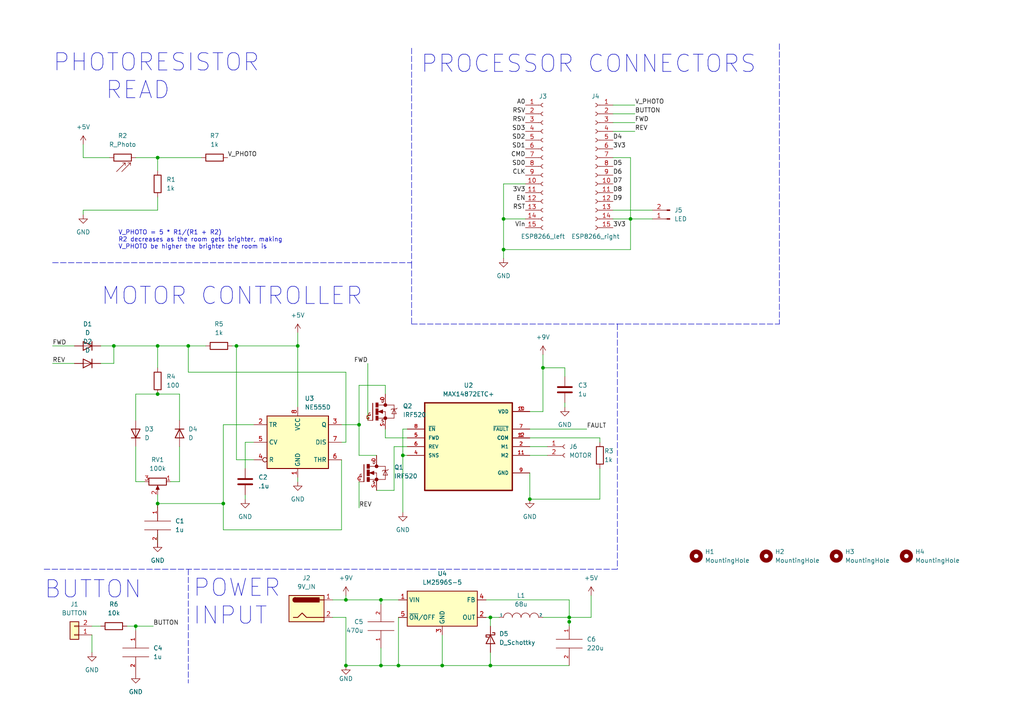
<source format=kicad_sch>
(kicad_sch (version 20211123) (generator eeschema)
  (paper "A4")
  (title_block (title "Smart Curtains") (date "2023-02-08") (rev "v0.0") (company "Davenport Konda Mauschbaugh Inc."))
  (lib_symbols
    (symbol "Connector:Barrel_Jack" (pin_names (offset 1.016))
      (property "Reference" "J" (at 0 5.334 0))
      (property "Value" "Barrel_Jack" (at 0 -5.08 0))
      (symbol "Barrel_Jack_0_1"
        (rectangle (start -5.08 3.81) (end 5.08 -3.81) (stroke (width 0.254)) (fill (type background)))
        (arc (start -3.302 3.175) (mid -3.937 2.54) (end -3.302 1.905) (stroke (width 0.254)))
        (arc (start -3.302 3.175) (mid -3.937 2.54) (end -3.302 1.905) (stroke (width 0.254)) (fill (type outline)))
        (polyline (pts (xy 5.08 2.54) (xy 3.81 2.54)) (stroke (width 0.254)))
        (polyline (pts (xy -3.81 -2.54) (xy -2.54 -2.54) (xy -1.27 -1.27) (xy 0 -2.54) (xy 2.54 -2.54) (xy 5.08 -2.54)) (stroke (width 0.254)))
        (rectangle (start 3.683 3.175) (end -3.302 1.905) (stroke (width 0.254)) (fill (type outline)))
      )
      (symbol "Barrel_Jack_1_1"
        (pin passive line (at 7.62 2.54 180) (length 2.54) (name "~") (number "1"))
        (pin passive line (at 7.62 -2.54 180) (length 2.54) (name "~") (number "2"))
      )
    )
    (symbol "Connector:Conn_01x02_Female" (pin_names (offset 1.016) hide)
      (property "Reference" "J" (at 0 2.54 0))
      (property "Value" "Conn_01x02_Female" (at 0 -5.08 0))
      (symbol "Conn_01x02_Female_1_1"
        (arc (start 0 -2.032) (mid -0.508 -2.54) (end 0 -3.048) (stroke (width 0.1524)))
        (polyline (pts (xy -1.27 -2.54) (xy -0.508 -2.54)) (stroke (width 0.1524)))
        (polyline (pts (xy -1.27 0) (xy -0.508 0)) (stroke (width 0.1524)))
        (arc (start 0 0.508) (mid -0.508 0) (end 0 -0.508) (stroke (width 0.1524)))
        (pin passive line (at -5.08 0 0) (length 3.81) (name "Pin_1") (number "1"))
        (pin passive line (at -5.08 -2.54 0) (length 3.81) (name "Pin_2") (number "2"))
      )
    )
    (symbol "Connector:Conn_01x02_Male" (pin_names (offset 1.016) hide)
      (property "Reference" "J" (at 0 2.54 0))
      (property "Value" "Conn_01x02_Male" (at 0 -5.08 0))
      (symbol "Conn_01x02_Male_1_1"
        (polyline (pts (xy 1.27 -2.54) (xy 0.8636 -2.54)) (stroke (width 0.1524)))
        (polyline (pts (xy 1.27 0) (xy 0.8636 0)) (stroke (width 0.1524)))
        (rectangle (start 0.8636 -2.413) (end 0 -2.667) (stroke (width 0.1524)) (fill (type outline)))
        (rectangle (start 0.8636 0.127) (end 0 -0.127) (stroke (width 0.1524)) (fill (type outline)))
        (pin passive line (at 5.08 0 180) (length 3.81) (name "Pin_1") (number "1"))
        (pin passive line (at 5.08 -2.54 180) (length 3.81) (name "Pin_2") (number "2"))
      )
    )
    (symbol "Connector:Conn_01x15_Female" (pin_names (offset 1.016) hide)
      (property "Reference" "J" (at 0 20.32 0))
      (property "Value" "Conn_01x15_Female" (at 0 -20.32 0))
      (symbol "Conn_01x15_Female_1_1"
        (arc (start 0 -17.272) (mid -0.508 -17.78) (end 0 -18.288) (stroke (width 0.1524)))
        (arc (start 0 -14.732) (mid -0.508 -15.24) (end 0 -15.748) (stroke (width 0.1524)))
        (arc (start 0 -12.192) (mid -0.508 -12.7) (end 0 -13.208) (stroke (width 0.1524)))
        (arc (start 0 -9.652) (mid -0.508 -10.16) (end 0 -10.668) (stroke (width 0.1524)))
        (arc (start 0 -7.112) (mid -0.508 -7.62) (end 0 -8.128) (stroke (width 0.1524)))
        (arc (start 0 -4.572) (mid -0.508 -5.08) (end 0 -5.588) (stroke (width 0.1524)))
        (arc (start 0 -2.032) (mid -0.508 -2.54) (end 0 -3.048) (stroke (width 0.1524)))
        (polyline (pts (xy -1.27 -17.78) (xy -0.508 -17.78)) (stroke (width 0.1524)))
        (polyline (pts (xy -1.27 -15.24) (xy -0.508 -15.24)) (stroke (width 0.1524)))
        (polyline (pts (xy -1.27 -12.7) (xy -0.508 -12.7)) (stroke (width 0.1524)))
        (polyline (pts (xy -1.27 -10.16) (xy -0.508 -10.16)) (stroke (width 0.1524)))
        (polyline (pts (xy -1.27 -7.62) (xy -0.508 -7.62)) (stroke (width 0.1524)))
        (polyline (pts (xy -1.27 -5.08) (xy -0.508 -5.08)) (stroke (width 0.1524)))
        (polyline (pts (xy -1.27 -2.54) (xy -0.508 -2.54)) (stroke (width 0.1524)))
        (polyline (pts (xy -1.27 0) (xy -0.508 0)) (stroke (width 0.1524)))
        (polyline (pts (xy -1.27 2.54) (xy -0.508 2.54)) (stroke (width 0.1524)))
        (polyline (pts (xy -1.27 5.08) (xy -0.508 5.08)) (stroke (width 0.1524)))
        (polyline (pts (xy -1.27 7.62) (xy -0.508 7.62)) (stroke (width 0.1524)))
        (polyline (pts (xy -1.27 10.16) (xy -0.508 10.16)) (stroke (width 0.1524)))
        (polyline (pts (xy -1.27 12.7) (xy -0.508 12.7)) (stroke (width 0.1524)))
        (polyline (pts (xy -1.27 15.24) (xy -0.508 15.24)) (stroke (width 0.1524)))
        (polyline (pts (xy -1.27 17.78) (xy -0.508 17.78)) (stroke (width 0.1524)))
        (arc (start 0 0.508) (mid -0.508 0) (end 0 -0.508) (stroke (width 0.1524)))
        (arc (start 0 3.048) (mid -0.508 2.54) (end 0 2.032) (stroke (width 0.1524)))
        (arc (start 0 5.588) (mid -0.508 5.08) (end 0 4.572) (stroke (width 0.1524)))
        (arc (start 0 8.128) (mid -0.508 7.62) (end 0 7.112) (stroke (width 0.1524)))
        (arc (start 0 10.668) (mid -0.508 10.16) (end 0 9.652) (stroke (width 0.1524)))
        (arc (start 0 13.208) (mid -0.508 12.7) (end 0 12.192) (stroke (width 0.1524)))
        (arc (start 0 15.748) (mid -0.508 15.24) (end 0 14.732) (stroke (width 0.1524)))
        (arc (start 0 18.288) (mid -0.508 17.78) (end 0 17.272) (stroke (width 0.1524)))
        (pin passive line (at -5.08 17.78 0) (length 3.81) (name "Pin_1") (number "1"))
        (pin passive line (at -5.08 -5.08 0) (length 3.81) (name "Pin_10") (number "10"))
        (pin passive line (at -5.08 -7.62 0) (length 3.81) (name "Pin_11") (number "11"))
        (pin passive line (at -5.08 -10.16 0) (length 3.81) (name "Pin_12") (number "12"))
        (pin passive line (at -5.08 -12.7 0) (length 3.81) (name "Pin_13") (number "13"))
        (pin passive line (at -5.08 -15.24 0) (length 3.81) (name "Pin_14") (number "14"))
        (pin passive line (at -5.08 -17.78 0) (length 3.81) (name "Pin_15") (number "15"))
        (pin passive line (at -5.08 15.24 0) (length 3.81) (name "Pin_2") (number "2"))
        (pin passive line (at -5.08 12.7 0) (length 3.81) (name "Pin_3") (number "3"))
        (pin passive line (at -5.08 10.16 0) (length 3.81) (name "Pin_4") (number "4"))
        (pin passive line (at -5.08 7.62 0) (length 3.81) (name "Pin_5") (number "5"))
        (pin passive line (at -5.08 5.08 0) (length 3.81) (name "Pin_6") (number "6"))
        (pin passive line (at -5.08 2.54 0) (length 3.81) (name "Pin_7") (number "7"))
        (pin passive line (at -5.08 0 0) (length 3.81) (name "Pin_8") (number "8"))
        (pin passive line (at -5.08 -2.54 0) (length 3.81) (name "Pin_9") (number "9"))
      )
    )
    (symbol "Connector_Generic:Conn_01x02" (pin_names (offset 1.016) hide)
      (property "Reference" "J" (at 0 2.54 0))
      (property "Value" "Conn_01x02" (at 0 -5.08 0))
      (symbol "Conn_01x02_1_1"
        (rectangle (start -1.27 -2.413) (end 0 -2.667) (stroke (width 0.1524)))
        (rectangle (start -1.27 0.127) (end 0 -0.127) (stroke (width 0.1524)))
        (rectangle (start -1.27 1.27) (end 1.27 -3.81) (stroke (width 0.254)) (fill (type background)))
        (pin passive line (at -5.08 0 0) (length 3.81) (name "Pin_1") (number "1"))
        (pin passive line (at -5.08 -2.54 0) (length 3.81) (name "Pin_2") (number "2"))
      )
    )
    (symbol "Device:C" (pin_numbers hide) (pin_names (offset 0.254))
      (property "Reference" "C" (at 0.635 2.54 0))
      (property "Value" "C" (at 0.635 -2.54 0))
      (symbol "C_0_1"
        (polyline (pts (xy -2.032 -0.762) (xy 2.032 -0.762)) (stroke (width 0.508)))
        (polyline (pts (xy -2.032 0.762) (xy 2.032 0.762)) (stroke (width 0.508)))
      )
      (symbol "C_1_1"
        (pin passive line (at 0 3.81 270) (length 2.794) (name "~") (number "1"))
        (pin passive line (at 0 -3.81 90) (length 2.794) (name "~") (number "2"))
      )
    )
    (symbol "Device:D" (pin_numbers hide) (pin_names (offset 1.016) hide)
      (property "Reference" "D" (at 0 2.54 0))
      (property "Value" "D" (at 0 -2.54 0))
      (symbol "D_0_1"
        (polyline (pts (xy -1.27 1.27) (xy -1.27 -1.27)) (stroke (width 0.254)))
        (polyline (pts (xy 1.27 0) (xy -1.27 0)))
        (polyline (pts (xy 1.27 1.27) (xy 1.27 -1.27) (xy -1.27 0) (xy 1.27 1.27)) (stroke (width 0.254)))
      )
      (symbol "D_1_1"
        (pin passive line (at -3.81 0 0) (length 2.54) (name "K") (number "1"))
        (pin passive line (at 3.81 0 180) (length 2.54) (name "A") (number "2"))
      )
    )
    (symbol "Device:D_Schottky" (pin_numbers hide) (pin_names (offset 1.016) hide)
      (property "Reference" "D" (at 0 2.54 0))
      (property "Value" "D_Schottky" (at 0 -2.54 0))
      (symbol "D_Schottky_0_1"
        (polyline (pts (xy 1.27 0) (xy -1.27 0)))
        (polyline (pts (xy 1.27 1.27) (xy 1.27 -1.27) (xy -1.27 0) (xy 1.27 1.27)) (stroke (width 0.254)))
        (polyline (pts (xy -1.905 0.635) (xy -1.905 1.27) (xy -1.27 1.27) (xy -1.27 -1.27) (xy -0.635 -1.27) (xy -0.635 -0.635)) (stroke (width 0.254)))
      )
      (symbol "D_Schottky_1_1"
        (pin passive line (at -3.81 0 0) (length 2.54) (name "K") (number "1"))
        (pin passive line (at 3.81 0 180) (length 2.54) (name "A") (number "2"))
      )
    )
    (symbol "Device:R" (pin_numbers hide) (pin_names (offset 0))
      (property "Reference" "R" (at 2.032 0 90))
      (property "Value" "R" (at 0 0 90))
      (symbol "R_0_1"
        (rectangle (start -1.016 -2.54) (end 1.016 2.54) (stroke (width 0.254)))
      )
      (symbol "R_1_1"
        (pin passive line (at 0 3.81 270) (length 1.27) (name "~") (number "1"))
        (pin passive line (at 0 -3.81 90) (length 1.27) (name "~") (number "2"))
      )
    )
    (symbol "Device:R_Photo" (pin_numbers hide) (pin_names (offset 0))
      (property "Reference" "R" (at 1.27 1.27 0))
      (property "Value" "R_Photo" (at 1.27 0 0))
      (symbol "R_Photo_0_1"
        (rectangle (start -1.016 2.54) (end 1.016 -2.54) (stroke (width 0.254)))
        (polyline (pts (xy -1.524 -2.286) (xy -4.064 0.254)))
        (polyline (pts (xy -1.524 -2.286) (xy -2.286 -2.286)))
        (polyline (pts (xy -1.524 -2.286) (xy -1.524 -1.524)))
        (polyline (pts (xy -1.524 -0.762) (xy -4.064 1.778)))
        (polyline (pts (xy -1.524 -0.762) (xy -2.286 -0.762)))
        (polyline (pts (xy -1.524 -0.762) (xy -1.524 0)))
      )
      (symbol "R_Photo_1_1"
        (pin passive line (at 0 3.81 270) (length 1.27) (name "~") (number "1"))
        (pin passive line (at 0 -3.81 90) (length 1.27) (name "~") (number "2"))
      )
    )
    (symbol "Device:R_Potentiometer" (pin_names (offset 1.016) hide)
      (property "Reference" "RV" (at -4.445 0 90))
      (property "Value" "R_Potentiometer" (at -2.54 0 90))
      (symbol "R_Potentiometer_0_1"
        (polyline (pts (xy 2.54 0) (xy 1.524 0)))
        (polyline (pts (xy 1.143 0) (xy 2.286 0.508) (xy 2.286 -0.508) (xy 1.143 0)) (fill (type outline)))
        (rectangle (start 1.016 2.54) (end -1.016 -2.54) (stroke (width 0.254)))
      )
      (symbol "R_Potentiometer_1_1"
        (pin passive line (at 0 3.81 270) (length 1.27) (name "1") (number "1"))
        (pin passive line (at 3.81 0 180) (length 1.27) (name "2") (number "2"))
        (pin passive line (at 0 -3.81 90) (length 1.27) (name "3") (number "3"))
      )
    )
    (symbol "IRF520:IRF520" (pin_names (offset 1.016))
      (property "Reference" "Q" (at 7.6271 2.5424 0))
      (property "Value" "IRF520" (at 7.6205 0 0))
      (symbol "IRF520_0_0"
        (rectangle (start -0.254 -2.5402) (end 0.508 -1.27) (stroke (width 0.1)) (fill (type outline)))
        (rectangle (start -0.2542 -0.8897) (end 0.508 0.889) (stroke (width 0.1)) (fill (type outline)))
        (rectangle (start -0.2542 1.2709) (end 0.508 2.54) (stroke (width 0.1)) (fill (type outline)))
        (polyline (pts (xy -1.1176 -2.54) (xy -2.54 -2.54)) (stroke (width 0.1524)))
        (polyline (pts (xy -1.1176 2.413) (xy -1.1176 -2.54)) (stroke (width 0.254)))
        (polyline (pts (xy 0.508 -1.905) (xy 2.54 -1.905)) (stroke (width 0.1524)))
        (polyline (pts (xy 0.508 0) (xy 1.778 -0.508)) (stroke (width 0.1524)))
        (polyline (pts (xy 0.762 0) (xy 1.651 -0.254)) (stroke (width 0.3048)))
        (polyline (pts (xy 1.651 -0.254) (xy 1.651 0)) (stroke (width 0.3048)))
        (polyline (pts (xy 1.651 0) (xy 1.397 0)) (stroke (width 0.3048)))
        (polyline (pts (xy 1.651 0) (xy 2.54 0)) (stroke (width 0.1524)))
        (polyline (pts (xy 1.651 0.254) (xy 0.762 0)) (stroke (width 0.3048)))
        (polyline (pts (xy 1.778 -0.508) (xy 1.778 0.508)) (stroke (width 0.1524)))
        (polyline (pts (xy 1.778 0.508) (xy 0.508 0)) (stroke (width 0.1524)))
        (polyline (pts (xy 2.54 -1.905) (xy 2.54 -2.54)) (stroke (width 0.1524)))
        (polyline (pts (xy 2.54 0) (xy 2.54 -1.905)) (stroke (width 0.1524)))
        (polyline (pts (xy 2.54 1.905) (xy 0.5334 1.905)) (stroke (width 0.1524)))
        (polyline (pts (xy 2.54 1.905) (xy 5.08 1.905)) (stroke (width 0.1524)))
        (polyline (pts (xy 2.54 2.54) (xy 2.54 1.905)) (stroke (width 0.1524)))
        (polyline (pts (xy 4.445 -0.635) (xy 5.715 -0.635)) (stroke (width 0.1524)))
        (polyline (pts (xy 4.445 0.762) (xy 4.191 0.508)) (stroke (width 0.1524)))
        (polyline (pts (xy 4.445 0.762) (xy 5.08 0.762)) (stroke (width 0.1524)))
        (polyline (pts (xy 5.08 -1.905) (xy 2.54 -1.905)) (stroke (width 0.1524)))
        (polyline (pts (xy 5.08 0.762) (xy 4.445 -0.635)) (stroke (width 0.1524)))
        (polyline (pts (xy 5.08 0.762) (xy 5.08 -1.905)) (stroke (width 0.1524)))
        (polyline (pts (xy 5.08 0.762) (xy 5.715 0.762)) (stroke (width 0.1524)))
        (polyline (pts (xy 5.08 1.905) (xy 5.08 0.762)) (stroke (width 0.1524)))
        (polyline (pts (xy 5.715 -0.635) (xy 5.08 0.762)) (stroke (width 0.1524)))
        (polyline (pts (xy 5.715 0.762) (xy 5.969 1.016)) (stroke (width 0.1524)))
        (circle (center 2.54 -1.905) (radius 0.127) (stroke (width 0.4064)))
        (circle (center 2.54 1.905) (radius 0.127) (stroke (width 0.4064)))
        (text "D" (at 1.2721 2.5442 0) (effects (font (size 0.8141 0.8141)) (justify left bottom)))
        (text "G" (at -2.544 -1.272 0) (effects (font (size 0.8141 0.8141)) (justify left bottom)))
        (text "S" (at 1.2715 -3.1788 0) (effects (font (size 0.8138 0.8138)) (justify left bottom)))
        (pin passive line (at 2.54 5.08 270) (length 2.54) (name "~") (number "D"))
        (pin passive line (at -2.54 -2.54 0) (length 0) (name "~") (number "G"))
        (pin passive line (at 2.54 -5.08 90) (length 2.54) (name "~") (number "S"))
      )
    )
    (symbol "MAX14872ETC_:MAX14872ETC+" (pin_names (offset 1.016))
      (property "Reference" "U" (at -12.7 13.7 0))
      (property "Value" "MAX14872ETC+" (at -12.7 -16.7 0))
      (symbol "MAX14872ETC+_0_0"
        (rectangle (start -12.7 -12.7) (end 12.7 12.7) (stroke (width 0.41)) (fill (type background)))
        (pin output line (at 17.78 2.54 180) (length 5.08) (name "COM") (number "1"))
        (pin power_in line (at 17.78 10.16 180) (length 5.08) (name "VDD") (number "10"))
        (pin output line (at 17.78 -2.54 180) (length 5.08) (name "M2") (number "11"))
        (pin output line (at 17.78 2.54 180) (length 5.08) (name "COM") (number "12"))
        (pin output line (at 17.78 0 180) (length 5.08) (name "M1") (number "2"))
        (pin power_in line (at 17.78 10.16 180) (length 5.08) (name "VDD") (number "3"))
        (pin input line (at -17.78 -2.54 0) (length 5.08) (name "SNS") (number "4"))
        (pin input line (at -17.78 2.54 0) (length 5.08) (name "FWD") (number "5"))
        (pin input line (at -17.78 0 0) (length 5.08) (name "REV") (number "6"))
        (pin output line (at 17.78 5.08 180) (length 5.08) (name "~{FAULT}") (number "7"))
        (pin input line (at -17.78 5.08 0) (length 5.08) (name "~{EN}") (number "8"))
        (pin power_in line (at 17.78 -7.62 180) (length 5.08) (name "GND") (number "9"))
      )
    )
    (symbol "Mechanical:MountingHole" (pin_names (offset 1.016))
      (property "Reference" "H" (at 0 5.08 0))
      (property "Value" "MountingHole" (at 0 3.175 0))
      (symbol "MountingHole_0_1"
        (circle (center 0 0) (radius 1.27) (stroke (width 1.27)))
      )
    )
    (symbol "Regulator_Switching:LM2596S-5"
      (property "Reference" "U" (at -10.16 6.35 0))
      (property "Value" "LM2596S-5" (at 0 6.35 0))
      (symbol "LM2596S-5_0_1"
        (rectangle (start -10.16 5.08) (end 10.16 -5.08) (stroke (width 0.254)) (fill (type background)))
      )
      (symbol "LM2596S-5_1_1"
        (pin power_in line (at -12.7 2.54 0) (length 2.54) (name "VIN") (number "1"))
        (pin output line (at 12.7 -2.54 180) (length 2.54) (name "OUT") (number "2"))
        (pin power_in line (at 0 -7.62 90) (length 2.54) (name "GND") (number "3"))
        (pin input line (at 12.7 2.54 180) (length 2.54) (name "FB") (number "4"))
        (pin input line (at -12.7 -2.54 0) (length 2.54) (name "~{ON}/OFF") (number "5"))
      )
    )
    (symbol "Timer:NE555D"
      (property "Reference" "U" (at -10.16 8.89 0))
      (property "Value" "NE555D" (at 2.54 8.89 0))
      (symbol "NE555D_0_0"
        (pin power_in line (at 0 -10.16 90) (length 2.54) (name "GND") (number "1"))
        (pin power_in line (at 0 10.16 270) (length 2.54) (name "VCC") (number "8"))
      )
      (symbol "NE555D_0_1"
        (rectangle (start -8.89 -7.62) (end 8.89 7.62) (stroke (width 0.254)) (fill (type background)))
        (rectangle (start -8.89 -7.62) (end 8.89 7.62) (stroke (width 0.254)) (fill (type background)))
      )
      (symbol "NE555D_1_1"
        (pin input line (at -12.7 5.08 0) (length 3.81) (name "TR") (number "2"))
        (pin output line (at 12.7 5.08 180) (length 3.81) (name "Q") (number "3"))
        (pin input inverted (at -12.7 -5.08 0) (length 3.81) (name "R") (number "4"))
        (pin input line (at -12.7 0 0) (length 3.81) (name "CV") (number "5"))
        (pin input line (at 12.7 -5.08 180) (length 3.81) (name "THR") (number "6"))
        (pin input line (at 12.7 0 180) (length 3.81) (name "DIS") (number "7"))
      )
    )
    (symbol "power:+5V" (power) (pin_names (offset 0))
      (property "Value" "+5V" (at 0 3.556 0))
      (symbol "+5V_0_1"
        (polyline (pts (xy -0.762 1.27) (xy 0 2.54)))
        (polyline (pts (xy 0 0) (xy 0 2.54)))
        (polyline (pts (xy 0 2.54) (xy 0.762 1.27)))
      )
      (symbol "+5V_1_1"
        (pin power_in line (at 0 0 90) (length 0) hide (name "+5V") (number "1"))
      )
    )
    (symbol "power:+9V" (power) (pin_names (offset 0))
      (property "Value" "+9V" (at 0 3.556 0))
      (symbol "+9V_0_1"
        (polyline (pts (xy -0.762 1.27) (xy 0 2.54)))
        (polyline (pts (xy 0 0) (xy 0 2.54)))
        (polyline (pts (xy 0 2.54) (xy 0.762 1.27)))
      )
      (symbol "+9V_1_1"
        (pin power_in line (at 0 0 90) (length 0) hide (name "+9V") (number "1"))
      )
    )
    (symbol "power:GND" (power) (pin_names (offset 0))
      (property "Value" "GND" (at 0 -3.81 0))
      (symbol "GND_0_1"
        (polyline (pts (xy 0 0) (xy 0 -1.27) (xy 1.27 -1.27) (xy 0 -2.54) (xy -1.27 -1.27) (xy 0 -1.27)))
      )
      (symbol "GND_1_1"
        (pin power_in line (at 0 0 270) (length 0) hide (name "GND") (number "1"))
      )
    )
    (symbol "pspice:C" (pin_names (offset 0.254))
      (property "Reference" "C" (at 2.54 3.81 90))
      (property "Value" "C" (at 2.54 -3.81 90))
      (symbol "C_0_1"
        (polyline (pts (xy -3.81 -1.27) (xy 3.81 -1.27)))
        (polyline (pts (xy -3.81 1.27) (xy 3.81 1.27)))
      )
      (symbol "C_1_1"
        (pin passive line (at 0 6.35 270) (length 5.08) (name "~") (number "1"))
        (pin passive line (at 0 -6.35 90) (length 5.08) (name "~") (number "2"))
      )
    )
    (symbol "pspice:INDUCTOR" (pin_numbers hide) (pin_names (offset 0))
      (property "Reference" "L" (at 0 2.54 0))
      (property "Value" "INDUCTOR" (at 0 -1.27 0))
      (symbol "INDUCTOR_0_1"
        (arc (start -2.54 0) (mid -3.81 1.27) (end -5.08 0))
        (arc (start 0 0) (mid -1.27 1.27) (end -2.54 0))
        (arc (start 2.54 0) (mid 1.27 1.27) (end 0 0))
        (arc (start 5.08 0) (mid 3.81 1.27) (end 2.54 0))
      )
      (symbol "INDUCTOR_1_1"
        (pin input line (at -6.35 0 0) (length 1.27) (name "1") (number "1"))
        (pin input line (at 6.35 0 180) (length 1.27) (name "2") (number "2"))
      )
    )
  )
  (junction (at 146.05 63.5))
  (junction (at 182.88 63.5))
  (junction (at 100.33 173.99))
  (junction (at 39.37 181.61))
  (junction (at 153.67 144.78))
  (junction (at 100.33 193.04))
  (junction (at 45.72 114.3))
  (junction (at 115.57 193.04))
  (junction (at 165.1 180.34))
  (junction (at 110.49 173.99))
  (junction (at 68.58 100.33))
  (junction (at 110.49 193.04))
  (junction (at 165.1 179.07))
  (junction (at 54.61 100.33))
  (junction (at 146.05 72.39))
  (junction (at 142.24 193.04))
  (junction (at 116.84 132.08))
  (junction (at 64.77 146.05))
  (junction (at 45.72 100.33))
  (junction (at 45.72 146.05))
  (junction (at 104.14 123.19))
  (junction (at 45.72 45.72))
  (junction (at 33.02 100.33))
  (junction (at 86.36 100.33))
  (junction (at 157.48 106.68))
  (junction (at 142.24 179.07))
  (junction (at 128.27 193.04))
  (wire (pts (xy 152.4 53.34) (xy 146.05 53.34)))
  (wire (pts (xy 165.1 179.07) (xy 171.45 179.07)))
  (wire (pts (xy 110.49 193.04) (xy 115.57 193.04)))
  (wire (pts (xy 118.11 124.46) (xy 116.84 124.46)))
  (wire (pts (xy 173.99 128.27) (xy 173.99 127)))
  (wire (pts (xy 15.24 105.41) (xy 21.59 105.41)))
  (polyline (pts (xy 119.38 93.98) (xy 179.07 93.98)))
  (wire (pts (xy 15.24 100.33) (xy 21.59 100.33)))
  (wire (pts (xy 182.88 63.5) (xy 182.88 72.39)))
  (wire (pts (xy 153.67 137.16) (xy 153.67 144.78)))
  (wire (pts (xy 100.33 179.07) (xy 100.33 193.04)))
  (wire (pts (xy 177.8 38.1) (xy 184.15 38.1)))
  (polyline (pts (xy 179.07 93.98) (xy 226.06 93.98)))
  (wire (pts (xy 99.06 128.27) (xy 100.33 128.27)))
  (wire (pts (xy 39.37 182.88) (xy 39.37 181.61)))
  (wire (pts (xy 165.1 180.34) (xy 165.1 181.61)))
  (wire (pts (xy 71.12 128.27) (xy 71.12 135.89)))
  (wire (pts (xy 153.67 132.08) (xy 158.75 132.08)))
  (wire (pts (xy 177.8 35.56) (xy 184.15 35.56)))
  (wire (pts (xy 182.88 45.72) (xy 177.8 45.72)))
  (wire (pts (xy 29.21 100.33) (xy 33.02 100.33)))
  (wire (pts (xy 39.37 139.7) (xy 41.91 139.7)))
  (wire (pts (xy 73.66 128.27) (xy 71.12 128.27)))
  (wire (pts (xy 86.36 100.33) (xy 86.36 118.11)))
  (wire (pts (xy 54.61 100.33) (xy 59.69 100.33)))
  (polyline (pts (xy 119.38 76.2) (xy 119.38 93.98)))
  (wire (pts (xy 68.58 100.33) (xy 86.36 100.33)))
  (wire (pts (xy 39.37 45.72) (xy 45.72 45.72)))
  (wire (pts (xy 157.48 102.87) (xy 157.48 106.68)))
  (wire (pts (xy 39.37 129.54) (xy 39.37 139.7)))
  (wire (pts (xy 39.37 181.61) (xy 36.83 181.61)))
  (wire (pts (xy 99.06 153.67) (xy 99.06 133.35)))
  (wire (pts (xy 52.07 139.7) (xy 52.07 129.54)))
  (wire (pts (xy 71.12 143.51) (xy 71.12 144.78)))
  (wire (pts (xy 100.33 173.99) (xy 110.49 173.99)))
  (wire (pts (xy 111.76 111.76) (xy 111.76 114.3)))
  (wire (pts (xy 153.67 144.78) (xy 173.99 144.78)))
  (wire (pts (xy 110.49 187.96) (xy 110.49 193.04)))
  (wire (pts (xy 116.84 132.08) (xy 118.11 132.08)))
  (wire (pts (xy 96.52 173.99) (xy 100.33 173.99)))
  (wire (pts (xy 163.83 116.84) (xy 163.83 118.11)))
  (wire (pts (xy 45.72 45.72) (xy 45.72 49.53)))
  (wire (pts (xy 45.72 45.72) (xy 58.42 45.72)))
  (wire (pts (xy 24.13 60.96) (xy 24.13 62.23)))
  (wire (pts (xy 165.1 179.07) (xy 165.1 180.34)))
  (wire (pts (xy 146.05 63.5) (xy 146.05 72.39)))
  (polyline (pts (xy 179.07 93.98) (xy 179.07 165.1)))
  (wire (pts (xy 171.45 172.72) (xy 171.45 179.07)))
  (wire (pts (xy 157.48 119.38) (xy 153.67 119.38)))
  (wire (pts (xy 106.68 105.41) (xy 106.68 121.92)))
  (wire (pts (xy 104.14 111.76) (xy 111.76 111.76)))
  (wire (pts (xy 24.13 45.72) (xy 31.75 45.72)))
  (wire (pts (xy 165.1 173.99) (xy 140.97 173.99)))
  (wire (pts (xy 142.24 193.04) (xy 165.1 193.04)))
  (wire (pts (xy 86.36 138.43) (xy 86.36 139.7)))
  (wire (pts (xy 45.72 146.05) (xy 64.77 146.05)))
  (wire (pts (xy 114.3 129.54) (xy 118.11 129.54)))
  (wire (pts (xy 104.14 139.7) (xy 104.14 147.32)))
  (wire (pts (xy 45.72 114.3) (xy 52.07 114.3)))
  (wire (pts (xy 111.76 127) (xy 118.11 127)))
  (wire (pts (xy 67.31 100.33) (xy 68.58 100.33)))
  (wire (pts (xy 33.02 105.41) (xy 33.02 100.33)))
  (wire (pts (xy 128.27 193.04) (xy 142.24 193.04)))
  (wire (pts (xy 26.67 181.61) (xy 29.21 181.61)))
  (wire (pts (xy 26.67 184.15) (xy 26.67 189.23)))
  (wire (pts (xy 68.58 133.35) (xy 68.58 100.33)))
  (wire (pts (xy 64.77 153.67) (xy 99.06 153.67)))
  (wire (pts (xy 115.57 179.07) (xy 115.57 193.04)))
  (wire (pts (xy 45.72 57.15) (xy 45.72 60.96)))
  (wire (pts (xy 104.14 111.76) (xy 104.14 123.19)))
  (wire (pts (xy 142.24 179.07) (xy 142.24 181.61)))
  (wire (pts (xy 54.61 107.95) (xy 54.61 100.33)))
  (wire (pts (xy 100.33 193.04) (xy 110.49 193.04)))
  (wire (pts (xy 100.33 172.72) (xy 100.33 173.99)))
  (wire (pts (xy 177.8 63.5) (xy 182.88 63.5)))
  (wire (pts (xy 45.72 146.05) (xy 45.72 147.32)))
  (wire (pts (xy 64.77 146.05) (xy 64.77 153.67)))
  (wire (pts (xy 64.77 123.19) (xy 73.66 123.19)))
  (wire (pts (xy 110.49 173.99) (xy 115.57 173.99)))
  (wire (pts (xy 45.72 100.33) (xy 45.72 106.68)))
  (wire (pts (xy 45.72 60.96) (xy 24.13 60.96)))
  (wire (pts (xy 29.21 105.41) (xy 33.02 105.41)))
  (wire (pts (xy 140.97 179.07) (xy 142.24 179.07)))
  (wire (pts (xy 96.52 179.07) (xy 100.33 179.07)))
  (wire (pts (xy 128.27 184.15) (xy 128.27 193.04)))
  (wire (pts (xy 157.48 106.68) (xy 157.48 119.38)))
  (wire (pts (xy 182.88 45.72) (xy 182.88 63.5)))
  (wire (pts (xy 177.8 60.96) (xy 189.23 60.96)))
  (wire (pts (xy 114.3 142.24) (xy 114.3 129.54)))
  (wire (pts (xy 52.07 121.92) (xy 52.07 114.3)))
  (wire (pts (xy 110.49 173.99) (xy 110.49 175.26)))
  (wire (pts (xy 104.14 132.08) (xy 109.22 132.08)))
  (wire (pts (xy 146.05 72.39) (xy 182.88 72.39)))
  (wire (pts (xy 165.1 179.07) (xy 165.1 173.99)))
  (wire (pts (xy 45.72 143.51) (xy 45.72 146.05)))
  (wire (pts (xy 99.06 123.19) (xy 104.14 123.19)))
  (polyline (pts (xy 54.61 165.1) (xy 54.61 198.12)))
  (wire (pts (xy 54.61 100.33) (xy 45.72 100.33)))
  (polyline (pts (xy 179.07 165.1) (xy 12.7 165.1)))
  (wire (pts (xy 142.24 179.07) (xy 144.78 179.07)))
  (wire (pts (xy 163.83 106.68) (xy 163.83 109.22)))
  (wire (pts (xy 182.88 63.5) (xy 189.23 63.5)))
  (wire (pts (xy 116.84 124.46) (xy 116.84 132.08)))
  (wire (pts (xy 146.05 53.34) (xy 146.05 63.5)))
  (wire (pts (xy 146.05 63.5) (xy 152.4 63.5)))
  (wire (pts (xy 100.33 107.95) (xy 54.61 107.95)))
  (wire (pts (xy 33.02 100.33) (xy 45.72 100.33)))
  (wire (pts (xy 153.67 124.46) (xy 170.18 124.46)))
  (wire (pts (xy 64.77 146.05) (xy 64.77 123.19)))
  (wire (pts (xy 109.22 142.24) (xy 114.3 142.24)))
  (wire (pts (xy 24.13 41.91) (xy 24.13 45.72)))
  (wire (pts (xy 142.24 189.23) (xy 142.24 193.04)))
  (wire (pts (xy 177.8 30.48) (xy 184.15 30.48)))
  (wire (pts (xy 104.14 123.19) (xy 104.14 132.08)))
  (wire (pts (xy 116.84 132.08) (xy 116.84 148.59)))
  (wire (pts (xy 146.05 72.39) (xy 146.05 74.93)))
  (wire (pts (xy 153.67 129.54) (xy 158.75 129.54)))
  (wire (pts (xy 115.57 193.04) (xy 128.27 193.04)))
  (wire (pts (xy 86.36 100.33) (xy 86.36 96.52)))
  (wire (pts (xy 153.67 127) (xy 173.99 127)))
  (wire (pts (xy 39.37 114.3) (xy 45.72 114.3)))
  (polyline (pts (xy 15.24 76.2) (xy 119.38 76.2)))
  (wire (pts (xy 45.72 154.94) (xy 45.72 157.48)))
  (wire (pts (xy 157.48 179.07) (xy 165.1 179.07)))
  (polyline (pts (xy 226.06 12.7) (xy 226.06 93.98)))
  (wire (pts (xy 39.37 114.3) (xy 39.37 121.92)))
  (polyline (pts (xy 119.38 13.97) (xy 119.38 76.2)))
  (wire (pts (xy 177.8 33.02) (xy 184.15 33.02)))
  (wire (pts (xy 49.53 139.7) (xy 52.07 139.7)))
  (wire (pts (xy 73.66 133.35) (xy 68.58 133.35)))
  (wire (pts (xy 157.48 106.68) (xy 163.83 106.68)))
  (wire (pts (xy 39.37 181.61) (xy 44.45 181.61)))
  (wire (pts (xy 111.76 124.46) (xy 111.76 127)))
  (wire (pts (xy 173.99 135.89) (xy 173.99 144.78)))
  (wire (pts (xy 100.33 128.27) (xy 100.33 107.95)))
  (text "PHOTORESISTOR\n    READ" (at 15.24 29.21 0) (effects (font (size 5 5)) (justify left bottom)))
  (text "POWER\nINPUT" (at 55.88 181.61 0) (effects (font (size 5 5)) (justify left bottom)))
  (text "PROCESSOR CONNECTORS" (at 121.92 21.59 0) (effects (font (size 5 5)) (justify left bottom)))
  (text "MOTOR CONTROLLER" (at 29.21 88.9 0) (effects (font (size 5 5)) (justify left bottom)))
  (text "BUTTON" (at 12.7 173.99 0) (effects (font (size 5 5)) (justify left bottom)))
  (text "V_PHOTO = 5 * R1/(R1 + R2)\nR2 decreases as the room gets brighter, making \nV_PHOTO be higher the brighter the room is" (at 34.29 72.39 0) (effects (font (size 1.27 1.27)) (justify left bottom)))
  (label "D8" (at 177.8 55.88 0))
  (label "D7" (at 177.8 53.34 0))
  (label "SD0" (at 152.4 48.26 180))
  (label "BUTTON" (at 184.15 33.02 0))
  (label "SD3" (at 152.4 38.1 180))
  (label "REV" (at 104.14 147.32 0))
  (label "3V3" (at 177.8 43.18 0))
  (label "3V3" (at 177.8 66.04 0))
  (label "FWD" (at 106.68 105.41 180))
  (label "V_PHOTO" (at 184.15 30.48 0))
  (label "V_PHOTO" (at 66.04 45.72 0))
  (label "RST" (at 152.4 60.96 180))
  (label "CMD" (at 152.4 45.72 180))
  (label "CLK" (at 152.4 50.8 180))
  (label "SD2" (at 152.4 40.64 180))
  (label "Vin" (at 152.4 66.04 180))
  (label "BUTTON" (at 44.45 181.61 0))
  (label "REV" (at 184.15 38.1 0))
  (label "D5" (at 177.8 48.26 0))
  (label "FAULT" (at 170.18 124.46 0))
  (label "SD1" (at 152.4 43.18 180))
  (label "RSV" (at 152.4 35.56 180))
  (label "3V3" (at 152.4 55.88 180))
  (label "A0" (at 152.4 30.48 180))
  (label "FWD" (at 15.24 100.33 0))
  (label "RSV" (at 152.4 33.02 180))
  (label "D9" (at 177.8 58.42 0))
  (label "D6" (at 177.8 50.8 0))
  (label "REV" (at 15.24 105.41 0))
  (label "FWD" (at 184.15 35.56 0))
  (label "EN" (at 152.4 58.42 180))
  (label "D4" (at 177.8 40.64 0))
  (symbol (lib_id "Device:C") (at 163.83 113.03 0) (unit 1)
    (property "Reference" "C3" (at 167.64 111.7599 0) (effects (justify left)))
    (property "Value" "1u" (at 167.64 114.2999 0) (effects (justify left)))
    (property "Footprint" "Capacitor_SMD:C_0201_0603Metric_Pad0.64x0.40mm_HandSolder" (effects hide))
  )
  (symbol (lib_id "Device:R_Potentiometer") (at 45.72 139.7 270) (unit 1)
    (property "Reference" "RV1" (at 45.72 133.35 90))
    (property "Value" "100k" (at 45.72 135.89 90))
  )
  (symbol (lib_id "power:GND") (at 163.83 118.11 0) (unit 1)
    (property "Reference" "#PWR012" (effects hide))
    (property "Value" "GND" (at 163.83 123.19 0))
  )
  (symbol (lib_id "power:+9V") (at 157.48 102.87 0) (unit 1)
    (property "Reference" "#PWR06" (effects hide))
    (property "Value" "+9V" (at 157.48 97.79 0))
  )
  (symbol (lib_id "Connector:Conn_01x15_Female") (at 157.48 48.26 0) (unit 1)
    (property "Reference" "J3" (at 157.48 27.94 0))
    (property "Value" "ESP8266_left" (at 157.48 68.58 0))
    (property "Footprint" "Connector_PinSocket_2.54mm:PinSocket_1x15_P2.54mm_Vertical" (effects hide))
  )
  (symbol (lib_id "MAX14872ETC_:MAX14872ETC+") (at 135.89 129.54 0) (unit 1)
    (property "Reference" "U2" (at 135.89 111.76 0))
    (property "Value" "MAX14872ETC+" (at 135.89 114.3 0))
    (property "Footprint" "SON50P300X300X80-13N" (effects hide))
    (property "Availability" "Unavailable" (effects hide))
    (property "MP" "MAX14872ETC+" (effects hide))
    (property "Price" "None" (effects hide))
    (property "MF" "Maxim Integrated" (effects hide))
    (property "Package" "TDFN-12 Maxim" (effects hide))
    (property "Description" "Motor Driver Bi-CMOS Parallel 12-TDFN _3x3_" (effects hide))
  )
  (symbol (lib_id "Mechanical:MountingHole") (at 222.25 161.29 0) (unit 1)
    (property "Reference" "H2" (at 224.79 160.0199 0) (effects (justify left)))
    (property "Value" "MountingHole" (at 224.79 162.5599 0) (effects (justify left)))
    (property "Footprint" "MountingHole:MountingHole_3.2mm_M3" (effects hide))
  )
  (symbol (lib_id "Mechanical:MountingHole") (at 242.57 161.29 0) (unit 1)
    (property "Reference" "H3" (at 245.11 160.0199 0) (effects (justify left)))
    (property "Value" "MountingHole" (at 245.11 162.5599 0) (effects (justify left)))
    (property "Footprint" "MountingHole:MountingHole_3.2mm_M3" (effects hide))
  )
  (symbol (lib_id "Device:C") (at 71.12 139.7 0) (unit 1)
    (property "Reference" "C2" (at 74.93 138.4299 0) (effects (justify left)))
    (property "Value" ".1u" (at 74.93 140.9699 0) (effects (justify left)))
    (property "Footprint" "Capacitor_SMD:C_01005_0402Metric_Pad0.57x0.30mm_HandSolder" (effects hide))
  )
  (symbol (lib_id "Connector:Barrel_Jack") (at 88.9 176.53 0) (unit 1)
    (property "Reference" "J2" (at 88.9 167.64 0))
    (property "Value" "9V_IN" (at 88.9 170.18 0))
    (property "Footprint" "Connector_BarrelJack:BarrelJack_CUI_PJ-063AH_Horizontal" (effects hide))
  )
  (symbol (lib_id "Mechanical:MountingHole") (at 201.93 161.29 0) (unit 1)
    (property "Reference" "H1" (at 204.47 160.0199 0) (effects (justify left)))
    (property "Value" "MountingHole" (at 204.47 162.5599 0) (effects (justify left)))
    (property "Footprint" "MountingHole:MountingHole_3.2mm_M3" (effects hide))
  )
  (symbol (lib_id "power:GND") (at 86.36 139.7 0) (unit 1)
    (property "Reference" "#PWR011" (effects hide))
    (property "Value" "GND" (at 86.36 144.78 0))
  )
  (symbol (lib_id "power:+5V") (at 86.36 96.52 0) (unit 1)
    (property "Reference" "#PWR010" (effects hide))
    (property "Value" "+5V" (at 86.36 91.44 0))
  )
  (symbol (lib_id "Device:D") (at 25.4 105.41 180) (unit 1)
    (property "Reference" "D2" (at 25.4 99.06 0))
    (property "Value" "D" (at 25.4 101.6 0))
    (property "Footprint" "Diode_SMD:D_SMA_Handsoldering" (effects hide))
  )
  (symbol (lib_id "power:GND") (at 100.33 193.04 0) (unit 1)
    (property "Reference" "#PWR016" (effects hide))
    (property "Value" "GND" (at 100.33 196.85 0))
  )
  (symbol (lib_id "Timer:NE555D") (at 86.36 128.27 0) (unit 1)
    (property "Reference" "U3" (at 88.3794 115.57 0) (effects (justify left)))
    (property "Value" "NE555D" (at 88.3794 118.11 0) (effects (justify left)))
    (property "Footprint" "Package_SO:SOIC-8_3.9x4.9mm_P1.27mm" (effects hide))
    (property "Datasheet" "http://www.ti.com/lit/ds/symlink/ne555.pdf" (effects hide))
  )
  (symbol (lib_id "Connector:Conn_01x02_Male") (at 194.31 63.5 180) (unit 1)
    (property "Reference" "J5" (at 195.58 60.9599 0) (effects (justify right)))
    (property "Value" "LED" (at 195.58 63.4999 0) (effects (justify right)))
    (property "Footprint" "Connector_PinSocket_2.54mm:PinSocket_1x02_P2.54mm_Horizontal" (effects hide))
  )
  (symbol (lib_id "power:GND") (at 146.05 74.93 0) (unit 1)
    (property "Reference" "#PWR017" (effects hide))
    (property "Value" "GND" (at 146.05 80.01 0))
  )
  (symbol (lib_id "Device:D") (at 25.4 100.33 180) (unit 1)
    (property "Reference" "D1" (at 25.4 93.98 0))
    (property "Value" "D" (at 25.4 96.52 0))
    (property "Footprint" "Diode_SMD:D_SMA_Handsoldering" (effects hide))
  )
  (symbol (lib_id "Connector:Conn_01x02_Female") (at 163.83 129.54 0) (unit 1)
    (property "Reference" "J6" (at 165.1 129.5399 0) (effects (justify left)))
    (property "Value" "MOTOR" (at 165.1 132.0799 0) (effects (justify left)))
    (property "Footprint" "Connector_PinSocket_2.54mm:PinSocket_1x02_P2.54mm_Horizontal" (effects hide))
  )
  (symbol (lib_id "Mechanical:MountingHole") (at 262.89 161.29 0) (unit 1)
    (property "Reference" "H4" (at 265.43 160.0199 0) (effects (justify left)))
    (property "Value" "MountingHole" (at 265.43 162.5599 0) (effects (justify left)))
    (property "Footprint" "MountingHole:MountingHole_3.2mm_M3" (effects hide))
  )
  (symbol (lib_id "Connector_Generic:Conn_01x02") (at 21.59 184.15 180) (unit 1)
    (property "Reference" "J1" (at 21.59 175.26 0))
    (property "Value" "BUTTON" (at 21.59 177.8 0))
    (property "Footprint" "Connector_Molex:Molex_KK-254_AE-6410-02A_1x02_P2.54mm_Vertical" (effects hide))
  )
  (symbol (lib_id "pspice:INDUCTOR") (at 151.13 179.07 0) (unit 1)
    (property "Reference" "L1" (at 151.13 172.72 0))
    (property "Value" "68u" (at 151.13 175.26 0))
    (property "Footprint" "Inductor_SMD:L_Bourns_SDR1806" (effects hide))
  )
  (symbol (lib_id "Device:D") (at 52.07 125.73 270) (unit 1)
    (property "Reference" "D4" (at 54.61 124.4599 90) (effects (justify left)))
    (property "Value" "D" (at 54.61 126.9999 90) (effects (justify left)))
    (property "Footprint" "Diode_SMD:D_SMA_Handsoldering" (effects hide))
  )
  (symbol (lib_id "Connector:Conn_01x15_Female") (at 172.72 48.26 0) (mirror y) (unit 1)
    (property "Reference" "J4" (at 172.72 27.94 0))
    (property "Value" "ESP8266_right" (at 172.72 68.58 0))
    (property "Footprint" "Connector_PinSocket_2.54mm:PinSocket_1x15_P2.54mm_Vertical" (effects hide))
  )
  (symbol (lib_id "power:GND") (at 24.13 62.23 0) (unit 1)
    (property "Reference" "#PWR02" (effects hide))
    (property "Value" "GND" (at 24.13 67.31 0))
  )
  (symbol (lib_id "Device:R_Photo") (at 35.56 45.72 90) (unit 1)
    (property "Reference" "R2" (at 35.56 39.37 90))
    (property "Value" "R_Photo" (at 35.56 41.91 90))
    (property "Footprint" "OptoDevice:R_LDR_5.1x4.3mm_P3.4mm_Vertical" (effects hide))
  )
  (symbol (lib_id "power:GND") (at 26.67 189.23 0) (unit 1)
    (property "Reference" "#PWR013" (effects hide))
    (property "Value" "GND" (at 26.67 194.31 0))
  )
  (symbol (lib_id "pspice:C") (at 39.37 189.23 0) (unit 1)
    (property "Reference" "C4" (at 44.45 187.9599 0) (effects (justify left)))
    (property "Value" "1u" (at 44.45 190.4999 0) (effects (justify left)))
    (property "Footprint" "Capacitor_SMD:C_0201_0603Metric_Pad0.64x0.40mm_HandSolder" (effects hide))
  )
  (symbol (lib_id "pspice:C") (at 110.49 181.61 0) (mirror x) (unit 1)
    (property "Reference" "C5" (at 105.41 180.3399 0) (effects (justify right)))
    (property "Value" "470u" (at 105.41 182.8799 0) (effects (justify right)))
    (property "Footprint" "Capacitor_THT:CP_Radial_D10.0mm_P5.00mm" (effects hide))
  )
  (symbol (lib_id "power:+5V") (at 171.45 172.72 0) (unit 1)
    (property "Reference" "#PWR018" (effects hide))
    (property "Value" "+5V" (at 171.45 167.64 0))
  )
  (symbol (lib_id "power:GND") (at 71.12 144.78 0) (unit 1)
    (property "Reference" "#PWR09" (effects hide))
    (property "Value" "GND" (at 71.12 149.86 0))
  )
  (symbol (lib_id "power:GND") (at 116.84 148.59 0) (unit 1)
    (property "Reference" "#PWR05" (effects hide))
    (property "Value" "GND" (at 116.84 153.67 0))
  )
  (symbol (lib_id "pspice:C") (at 45.72 152.4 0) (unit 1)
    (property "Reference" "C1" (at 50.8 151.1299 0) (effects (justify left)))
    (property "Value" "1u" (at 50.8 153.6699 0) (effects (justify left)))
    (property "Footprint" "Capacitor_SMD:C_0201_0603Metric_Pad0.64x0.40mm_HandSolder" (effects hide))
  )
  (symbol (lib_id "Device:D_Schottky") (at 142.24 185.42 270) (unit 1)
    (property "Reference" "D5" (at 144.78 183.8324 90) (effects (justify left)))
    (property "Value" "D_Schottky" (at 144.78 186.3724 90) (effects (justify left)))
    (property "Footprint" "Diode_SMD:D_SOD-323_HandSoldering" (effects hide))
  )
  (symbol (lib_id "IRF520:IRF520") (at 109.22 119.38 0) (unit 1)
    (property "Reference" "Q2" (at 116.84 117.7718 0) (effects (justify left)))
    (property "Value" "IRF520" (at 116.84 120.3118 0) (effects (justify left)))
    (property "Footprint" "TO220BV" (effects hide))
  )
  (symbol (lib_id "Device:R") (at 33.02 181.61 90) (unit 1)
    (property "Reference" "R6" (at 33.02 175.26 90))
    (property "Value" "10k" (at 33.02 177.8 90))
    (property "Footprint" "Resistor_SMD:R_0201_0603Metric_Pad0.64x0.40mm_HandSolder" (effects hide))
  )
  (symbol (lib_id "power:GND") (at 153.67 144.78 0) (unit 1)
    (property "Reference" "#PWR07" (effects hide))
    (property "Value" "GND" (at 153.67 149.86 0))
  )
  (symbol (lib_id "Device:R") (at 173.99 132.08 0) (unit 1)
    (property "Reference" "R3" (at 175.26 130.81 0) (effects (justify left)))
    (property "Value" "1k" (at 175.26 133.35 0) (effects (justify left)))
    (property "Footprint" "Resistor_SMD:R_0603_1608Metric_Pad0.98x0.95mm_HandSolder" (effects hide))
  )
  (symbol (lib_id "Regulator_Switching:LM2596S-5") (at 128.27 176.53 0) (unit 1)
    (property "Reference" "U4" (at 128.27 166.37 0))
    (property "Value" "LM2596S-5" (at 128.27 168.91 0))
    (property "Footprint" "Package_TO_SOT_SMD:TO-263-5_TabPin3" (effects hide))
    (property "Datasheet" "http://www.ti.com/lit/ds/symlink/lm2596.pdf" (effects hide))
  )
  (symbol (lib_id "IRF520:IRF520") (at 106.68 137.16 0) (unit 1)
    (property "Reference" "Q1" (at 114.3 135.5518 0) (effects (justify left)))
    (property "Value" "IRF520" (at 114.3 138.0918 0) (effects (justify left)))
    (property "Footprint" "TO220BV" (effects hide))
  )
  (symbol (lib_id "pspice:C") (at 165.1 186.69 0) (unit 1)
    (property "Reference" "C6" (at 170.18 185.4199 0) (effects (justify left)))
    (property "Value" "220u" (at 170.18 187.9599 0) (effects (justify left)))
    (property "Footprint" "Capacitor_SMD:C_1206_3216Metric_Pad1.33x1.80mm_HandSolder" (effects hide))
  )
  (symbol (lib_id "power:+5V") (at 24.13 41.91 0) (unit 1)
    (property "Reference" "#PWR01" (effects hide))
    (property "Value" "+5V" (at 24.13 36.83 0))
  )
  (symbol (lib_id "Device:R") (at 45.72 110.49 0) (unit 1)
    (property "Reference" "R4" (at 48.26 109.2199 0) (effects (justify left)))
    (property "Value" "100" (at 48.26 111.7599 0) (effects (justify left)))
    (property "Footprint" "Resistor_SMD:R_0603_1608Metric_Pad0.98x0.95mm_HandSolder" (effects hide))
  )
  (symbol (lib_id "power:GND") (at 45.72 157.48 0) (unit 1)
    (property "Reference" "#PWR08" (effects hide))
    (property "Value" "GND" (at 45.72 162.56 0))
  )
  (symbol (lib_id "Device:R") (at 62.23 45.72 90) (unit 1)
    (property "Reference" "R7" (at 62.23 39.37 90))
    (property "Value" "1k" (at 62.23 41.91 90))
    (property "Footprint" "Resistor_SMD:R_0603_1608Metric_Pad0.98x0.95mm_HandSolder" (effects hide))
  )
  (symbol (lib_id "Device:R") (at 63.5 100.33 90) (unit 1)
    (property "Reference" "R5" (at 63.5 93.98 90))
    (property "Value" "1k" (at 63.5 96.52 90))
    (property "Footprint" "Resistor_SMD:R_0603_1608Metric_Pad0.98x0.95mm_HandSolder" (effects hide))
  )
  (symbol (lib_id "Device:R") (at 45.72 53.34 0) (unit 1)
    (property "Reference" "R1" (at 48.26 52.0699 0) (effects (justify left)))
    (property "Value" "1k" (at 48.26 54.6099 0) (effects (justify left)))
    (property "Footprint" "Resistor_SMD:R_0603_1608Metric_Pad0.98x0.95mm_HandSolder" (effects hide))
  )
  (symbol (lib_id "Device:D") (at 39.37 125.73 90) (unit 1)
    (property "Reference" "D3" (at 41.91 124.4599 90) (effects (justify right)))
    (property "Value" "D" (at 41.91 126.9999 90) (effects (justify right)))
    (property "Footprint" "Diode_SMD:D_SMA_Handsoldering" (effects hide))
  )
  (symbol (lib_id "power:GND") (at 39.37 195.58 0) (unit 1)
    (property "Reference" "#PWR014" (effects hide))
    (property "Value" "GND" (at 39.37 200.66 0))
  )
  (symbol (lib_id "power:+9V") (at 100.33 172.72 0) (unit 1)
    (property "Reference" "#PWR015" (effects hide))
    (property "Value" "+9V" (at 100.33 167.64 0))
  )
)
</source>
